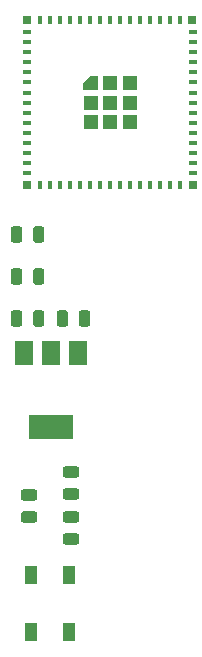
<source format=gbr>
%TF.GenerationSoftware,KiCad,Pcbnew,(5.1.6-0)*%
%TF.CreationDate,2021-10-14T13:54:28-06:00*%
%TF.ProjectId,ESP32-S2-Mini,45535033-322d-4533-922d-4d696e692e6b,rev?*%
%TF.SameCoordinates,Original*%
%TF.FileFunction,Paste,Top*%
%TF.FilePolarity,Positive*%
%FSLAX46Y46*%
G04 Gerber Fmt 4.6, Leading zero omitted, Abs format (unit mm)*
G04 Created by KiCad (PCBNEW (5.1.6-0)) date 2021-10-14 13:54:28*
%MOMM*%
%LPD*%
G01*
G04 APERTURE LIST*
%ADD10R,1.500000X2.000000*%
%ADD11R,3.800000X2.000000*%
%ADD12R,1.200000X1.200000*%
%ADD13C,0.100000*%
%ADD14R,0.800000X0.800000*%
%ADD15R,0.400000X0.800000*%
%ADD16R,0.800000X0.400000*%
%ADD17R,1.000000X1.500000*%
G04 APERTURE END LIST*
D10*
%TO.C,U1*%
X196673500Y-98132500D03*
X192073500Y-98132500D03*
X194373500Y-98132500D03*
D11*
X194373500Y-104432500D03*
%TD*%
D12*
%TO.C,U2*%
X197740000Y-78612000D03*
X201040000Y-78612000D03*
X201040000Y-75312000D03*
D13*
G36*
X198340000Y-75912000D02*
G01*
X197140000Y-75912000D01*
X197140000Y-75312000D01*
X197740000Y-74712000D01*
X198340000Y-74712000D01*
X198340000Y-75912000D01*
G37*
D12*
X199390000Y-78612000D03*
X197740000Y-76962000D03*
X199390000Y-75312000D03*
X201040000Y-76962000D03*
X199390000Y-76962000D03*
D14*
X206390000Y-83962000D03*
X192390000Y-83962000D03*
X206340000Y-69962000D03*
X192390000Y-69962000D03*
D15*
X193440000Y-69962000D03*
X194290000Y-69962000D03*
X195140000Y-69962000D03*
X195990000Y-69962000D03*
X196840000Y-69962000D03*
X197690000Y-69962000D03*
X198540000Y-69962000D03*
X199390000Y-69962000D03*
X200240000Y-69962000D03*
X201090000Y-69962000D03*
X201940000Y-69962000D03*
X202790000Y-69962000D03*
X203640000Y-69962000D03*
X204490000Y-69962000D03*
X205340000Y-69962000D03*
D16*
X206390000Y-71012000D03*
X206390000Y-71862000D03*
X206390000Y-72712000D03*
X206390000Y-73562000D03*
X206390000Y-74412000D03*
X206390000Y-75262000D03*
X206390000Y-76112000D03*
X206390000Y-76962000D03*
X206390000Y-77812000D03*
X206390000Y-78662000D03*
X206390000Y-79512000D03*
X206390000Y-80362000D03*
X206390000Y-81212000D03*
X206390000Y-82062000D03*
X206390000Y-82912000D03*
D15*
X205340000Y-83962000D03*
X204490000Y-83962000D03*
X203640000Y-83962000D03*
X202790000Y-83962000D03*
X201940000Y-83962000D03*
X201090000Y-83962000D03*
X200240000Y-83962000D03*
X199390000Y-83962000D03*
X198540000Y-83962000D03*
X197690000Y-83962000D03*
X196840000Y-83962000D03*
X195990000Y-83962000D03*
X195140000Y-83962000D03*
X194290000Y-83962000D03*
X193440000Y-83962000D03*
D16*
X192390000Y-82912000D03*
X192390000Y-82062000D03*
X192390000Y-81212000D03*
X192390000Y-80362000D03*
X192390000Y-79512000D03*
X192390000Y-78662000D03*
X192390000Y-77812000D03*
X192390000Y-76962000D03*
X192390000Y-76112000D03*
X192390000Y-75262000D03*
X192390000Y-74412000D03*
X192390000Y-73562000D03*
X192390000Y-72712000D03*
X192390000Y-71862000D03*
X192390000Y-71012000D03*
%TD*%
%TO.C,R2*%
G36*
G01*
X192988250Y-110675000D02*
X192075750Y-110675000D01*
G75*
G02*
X191832000Y-110431250I0J243750D01*
G01*
X191832000Y-109943750D01*
G75*
G02*
X192075750Y-109700000I243750J0D01*
G01*
X192988250Y-109700000D01*
G75*
G02*
X193232000Y-109943750I0J-243750D01*
G01*
X193232000Y-110431250D01*
G75*
G02*
X192988250Y-110675000I-243750J0D01*
G01*
G37*
G36*
G01*
X192988250Y-112550000D02*
X192075750Y-112550000D01*
G75*
G02*
X191832000Y-112306250I0J243750D01*
G01*
X191832000Y-111818750D01*
G75*
G02*
X192075750Y-111575000I243750J0D01*
G01*
X192988250Y-111575000D01*
G75*
G02*
X193232000Y-111818750I0J-243750D01*
G01*
X193232000Y-112306250D01*
G75*
G02*
X192988250Y-112550000I-243750J0D01*
G01*
G37*
%TD*%
%TO.C,R1*%
G36*
G01*
X196544250Y-108721500D02*
X195631750Y-108721500D01*
G75*
G02*
X195388000Y-108477750I0J243750D01*
G01*
X195388000Y-107990250D01*
G75*
G02*
X195631750Y-107746500I243750J0D01*
G01*
X196544250Y-107746500D01*
G75*
G02*
X196788000Y-107990250I0J-243750D01*
G01*
X196788000Y-108477750D01*
G75*
G02*
X196544250Y-108721500I-243750J0D01*
G01*
G37*
G36*
G01*
X196544250Y-110596500D02*
X195631750Y-110596500D01*
G75*
G02*
X195388000Y-110352750I0J243750D01*
G01*
X195388000Y-109865250D01*
G75*
G02*
X195631750Y-109621500I243750J0D01*
G01*
X196544250Y-109621500D01*
G75*
G02*
X196788000Y-109865250I0J-243750D01*
G01*
X196788000Y-110352750D01*
G75*
G02*
X196544250Y-110596500I-243750J0D01*
G01*
G37*
%TD*%
D17*
%TO.C,D1*%
X195910000Y-116930000D03*
X192710000Y-116930000D03*
X195910000Y-121830000D03*
X192710000Y-121830000D03*
%TD*%
%TO.C,C5*%
G36*
G01*
X192855000Y-88594250D02*
X192855000Y-87681750D01*
G75*
G02*
X193098750Y-87438000I243750J0D01*
G01*
X193586250Y-87438000D01*
G75*
G02*
X193830000Y-87681750I0J-243750D01*
G01*
X193830000Y-88594250D01*
G75*
G02*
X193586250Y-88838000I-243750J0D01*
G01*
X193098750Y-88838000D01*
G75*
G02*
X192855000Y-88594250I0J243750D01*
G01*
G37*
G36*
G01*
X190980000Y-88594250D02*
X190980000Y-87681750D01*
G75*
G02*
X191223750Y-87438000I243750J0D01*
G01*
X191711250Y-87438000D01*
G75*
G02*
X191955000Y-87681750I0J-243750D01*
G01*
X191955000Y-88594250D01*
G75*
G02*
X191711250Y-88838000I-243750J0D01*
G01*
X191223750Y-88838000D01*
G75*
G02*
X190980000Y-88594250I0J243750D01*
G01*
G37*
%TD*%
%TO.C,C4*%
G36*
G01*
X191955000Y-91237750D02*
X191955000Y-92150250D01*
G75*
G02*
X191711250Y-92394000I-243750J0D01*
G01*
X191223750Y-92394000D01*
G75*
G02*
X190980000Y-92150250I0J243750D01*
G01*
X190980000Y-91237750D01*
G75*
G02*
X191223750Y-90994000I243750J0D01*
G01*
X191711250Y-90994000D01*
G75*
G02*
X191955000Y-91237750I0J-243750D01*
G01*
G37*
G36*
G01*
X193830000Y-91237750D02*
X193830000Y-92150250D01*
G75*
G02*
X193586250Y-92394000I-243750J0D01*
G01*
X193098750Y-92394000D01*
G75*
G02*
X192855000Y-92150250I0J243750D01*
G01*
X192855000Y-91237750D01*
G75*
G02*
X193098750Y-90994000I243750J0D01*
G01*
X193586250Y-90994000D01*
G75*
G02*
X193830000Y-91237750I0J-243750D01*
G01*
G37*
%TD*%
%TO.C,C3*%
G36*
G01*
X195843500Y-94793750D02*
X195843500Y-95706250D01*
G75*
G02*
X195599750Y-95950000I-243750J0D01*
G01*
X195112250Y-95950000D01*
G75*
G02*
X194868500Y-95706250I0J243750D01*
G01*
X194868500Y-94793750D01*
G75*
G02*
X195112250Y-94550000I243750J0D01*
G01*
X195599750Y-94550000D01*
G75*
G02*
X195843500Y-94793750I0J-243750D01*
G01*
G37*
G36*
G01*
X197718500Y-94793750D02*
X197718500Y-95706250D01*
G75*
G02*
X197474750Y-95950000I-243750J0D01*
G01*
X196987250Y-95950000D01*
G75*
G02*
X196743500Y-95706250I0J243750D01*
G01*
X196743500Y-94793750D01*
G75*
G02*
X196987250Y-94550000I243750J0D01*
G01*
X197474750Y-94550000D01*
G75*
G02*
X197718500Y-94793750I0J-243750D01*
G01*
G37*
%TD*%
%TO.C,C2*%
G36*
G01*
X191955000Y-94793750D02*
X191955000Y-95706250D01*
G75*
G02*
X191711250Y-95950000I-243750J0D01*
G01*
X191223750Y-95950000D01*
G75*
G02*
X190980000Y-95706250I0J243750D01*
G01*
X190980000Y-94793750D01*
G75*
G02*
X191223750Y-94550000I243750J0D01*
G01*
X191711250Y-94550000D01*
G75*
G02*
X191955000Y-94793750I0J-243750D01*
G01*
G37*
G36*
G01*
X193830000Y-94793750D02*
X193830000Y-95706250D01*
G75*
G02*
X193586250Y-95950000I-243750J0D01*
G01*
X193098750Y-95950000D01*
G75*
G02*
X192855000Y-95706250I0J243750D01*
G01*
X192855000Y-94793750D01*
G75*
G02*
X193098750Y-94550000I243750J0D01*
G01*
X193586250Y-94550000D01*
G75*
G02*
X193830000Y-94793750I0J-243750D01*
G01*
G37*
%TD*%
%TO.C,C1*%
G36*
G01*
X196544250Y-112531500D02*
X195631750Y-112531500D01*
G75*
G02*
X195388000Y-112287750I0J243750D01*
G01*
X195388000Y-111800250D01*
G75*
G02*
X195631750Y-111556500I243750J0D01*
G01*
X196544250Y-111556500D01*
G75*
G02*
X196788000Y-111800250I0J-243750D01*
G01*
X196788000Y-112287750D01*
G75*
G02*
X196544250Y-112531500I-243750J0D01*
G01*
G37*
G36*
G01*
X196544250Y-114406500D02*
X195631750Y-114406500D01*
G75*
G02*
X195388000Y-114162750I0J243750D01*
G01*
X195388000Y-113675250D01*
G75*
G02*
X195631750Y-113431500I243750J0D01*
G01*
X196544250Y-113431500D01*
G75*
G02*
X196788000Y-113675250I0J-243750D01*
G01*
X196788000Y-114162750D01*
G75*
G02*
X196544250Y-114406500I-243750J0D01*
G01*
G37*
%TD*%
M02*

</source>
